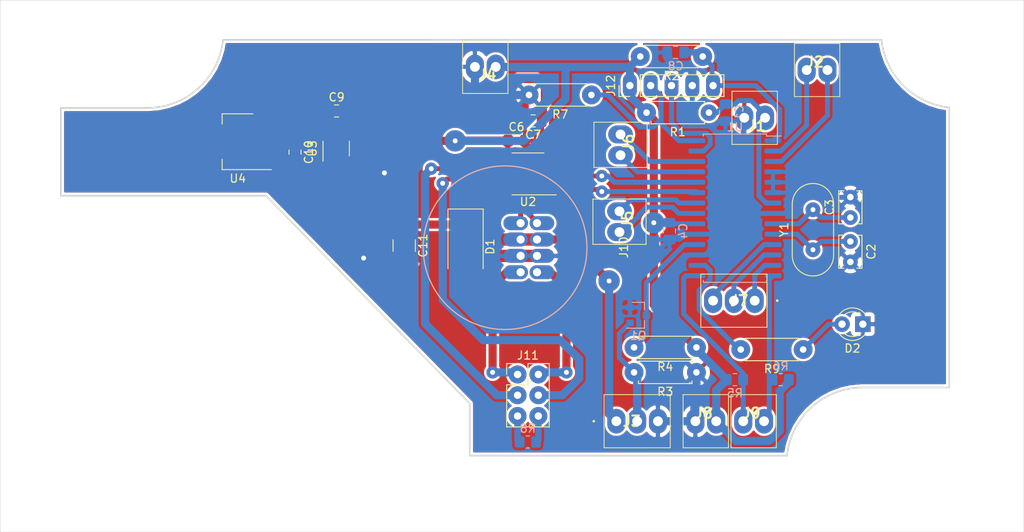
<source format=kicad_pcb>
(kicad_pcb (version 20171130) (host pcbnew 5.1.10)
  (layers (0 F.Cu signal) (31 B.Cu signal) (34 B.Paste user) (35 F.Paste user) (36 B.SilkS user) (37 F.SilkS user) (38 B.Mask user) (39 F.Mask user) (44 Edge.Cuts user))
  (net 0 "")
  (net 1 GND)
  (net 2 "Net-(C1-Pad2)")
  (net 3 "Net-(C2-Pad1)")
  (net 4 "Net-(C3-Pad1)")
  (net 5 +3V3)
  (net 6 +5V)
  (net 7 /MCLR)
  (net 8 +12V)
  (net 9 "Net-(J10-Pad7)")
  (net 10 "Net-(J10-Pad8)")
  (net 11 "Net-(J11-Pad5)")
  (net 12 "Net-(J11-Pad6)")
  (net 13 /PGC)
  (net 14 /PGD)
  (net 15 "Net-(J3-Pad2)")
  (net 16 "Net-(Q1-Pad3)")
  (net 17 "Net-(J2-Pad2)")
  (net 18 "Net-(J2-Pad1)")
  (net 19 "Net-(J5-Pad2)")
  (net 20 "Net-(J5-Pad1)")
  (net 21 "Net-(J6-Pad2)")
  (net 22 "Net-(J6-Pad1)")
  (net 23 "Net-(J7-Pad3)")
  (net 24 "Net-(J7-Pad2)")
  (net 25 "Net-(J7-Pad1)")
  (net 26 /CANH)
  (net 27 /CANL)
  (net 28 /CANRX)
  (net 29 /CANTX)
  (net 30 /SCL)
  (net 31 /SDA)
  (net 32 "Net-(D2-Pad2)")
  (net 33 "Net-(R9-Pad2)")
  (net 34 "Net-(U3-Pad4)")
  (module Capacitor_SMD:C_0805_2012Metric_Pad1.18x1.45mm_HandSolder (layer B.Cu) (at 163.576 78.74 90)
    (fp_text reference C1 (at 0 1.68 90) (layer B.SilkS) (effects (justify mirror)))
    (fp_text value 100nF)
    (pad 1 smd roundrect (at -1.0375 0 90) (size 1.175 1.45) (layers B.Cu B.Paste B.Mask) (roundrect_rratio 0.2127659574468085) (net 1 GND))
    (pad 2 smd roundrect (at 1.0375 0 90) (size 1.175 1.45) (layers B.Cu B.Paste B.Mask) (roundrect_rratio 0.2127659574468085) (net 2 "Net-(C1-Pad2)"))
  )
  (module local:multicomp_MP002453-swappedpins (layer F.Cu) (at 136.65 95.25 90)
    (fp_text reference J10 (at 0.05 14.5 90) (layer F.SilkS))
    (fp_text value RJ45)
    (pad 8 thru_hole oval (at -3 3.9 270) (size 1.7 3) (drill 1 (offset 0 -0.6)) (layers *.Cu *.Mask) (net 10 "Net-(J10-Pad8)"))
    (pad 7 thru_hole oval (at -3 1.9 90) (size 1.7 3) (drill 1 (offset 0 -0.6)) (layers *.Cu *.Mask) (net 9 "Net-(J10-Pad7)"))
    (pad 6 thru_hole oval (at -1 3.9 270) (size 1.7 3) (drill 1 (offset 0 -0.6)) (layers *.Cu *.Mask) (net 1 GND))
    (pad 5 thru_hole oval (at -1 1.9 90) (size 1.7 3) (drill 1 (offset 0 -0.6)) (layers *.Cu *.Mask) (net 1 GND))
    (pad 4 thru_hole oval (at 1 3.9 270) (size 1.7 3) (drill 1 (offset 0 -0.6)) (layers *.Cu *.Mask) (net 8 +12V))
    (pad 3 thru_hole oval (at 1 1.9 90) (size 1.7 3) (drill 1 (offset 0 -0.6)) (layers *.Cu *.Mask) (net 8 +12V))
    (pad 2 thru_hole oval (at 3 3.9 270) (size 1.7 3) (drill 1 (offset 0 -0.6)) (layers *.Cu *.Mask) (net 27 /CANL))
    (pad 1 thru_hole oval (at 3 1.9 90) (size 1.7 3) (drill 1 (offset 0 -0.6)) (layers *.Cu *.Mask) (net 26 /CANH))
  )
  (module LED_THT:LED_D3.0mm (layer F.Cu) (at 180.34 104.5972 180)
    (fp_text reference D2 (at 1.27 -2.96) (layer F.SilkS))
    (fp_text value RED)
    (pad 2 thru_hole circle (at 2.54 0 180) (size 1.9 1.9) (drill 0.9) (layers *.Cu *.Mask) (net 32 "Net-(D2-Pad2)"))
    (pad 1 thru_hole rect (at 0 0 180) (size 1.9 1.9) (drill 0.9) (layers *.Cu *.Mask) (net 1 GND))
  )
  (module Package_TO_SOT_SMD:SOT-23-5_HandSoldering (layer F.Cu) (at 116.0272 83.1342 90)
    (fp_text reference U3 (at 0 -2.9 90) (layer F.SilkS))
    (fp_text value mic5504-3.3)
    (pad 5 smd rect (at 1.35 -0.95 90) (size 1.56 0.65) (layers F.Cu F.Paste F.Mask) (net 5 +3V3))
    (pad 4 smd rect (at 1.35 0.95 90) (size 1.56 0.65) (layers F.Cu F.Paste F.Mask) (net 34 "Net-(U3-Pad4)"))
    (pad 3 smd rect (at -1.35 0.95 90) (size 1.56 0.65) (layers F.Cu F.Paste F.Mask) (net 6 +5V))
    (pad 2 smd rect (at -1.35 0 90) (size 1.56 0.65) (layers F.Cu F.Paste F.Mask) (net 1 GND))
    (pad 1 smd rect (at -1.35 -0.95 90) (size 1.56 0.65) (layers F.Cu F.Paste F.Mask) (net 6 +5V))
  )
  (module Resistor_THT:R_Axial_DIN0207_L6.3mm_D2.5mm_P7.62mm_Horizontal (layer F.Cu) (at 173.0502 107.696 180)
    (fp_text reference R9 (at 3.81 -2.37) (layer F.SilkS))
    (fp_text value 330)
    (pad 2 thru_hole circle (at 7.62 0 180) (size 2.3 2.3) (drill 0.8) (layers *.Cu *.Mask) (net 33 "Net-(R9-Pad2)"))
    (pad 1 thru_hole circle (at 0 0 180) (size 2.3 2.3) (drill 0.8) (layers *.Cu *.Mask) (net 32 "Net-(D2-Pad2)"))
  )
  (module Capacitor_SMD:C_0805_2012Metric_Pad1.18x1.45mm_HandSolder (layer F.Cu) (at 110.998 83.566 270)
    (fp_text reference C10 (at 0 -1.68 90) (layer F.SilkS))
    (fp_text value 1uF)
    (pad 2 smd roundrect (at 1.0375 0 270) (size 1.175 1.45) (layers F.Cu F.Paste F.Mask) (roundrect_rratio 0.212766) (net 1 GND))
    (pad 1 smd roundrect (at -1.0375 0 270) (size 1.175 1.45) (layers F.Cu F.Paste F.Mask) (roundrect_rratio 0.212766) (net 6 +5V))
  )
  (module Capacitor_SMD:C_0805_2012Metric_Pad1.18x1.45mm_HandSolder (layer F.Cu) (at 116.078 78.5368)
    (fp_text reference C9 (at 0 -1.68) (layer F.SilkS))
    (fp_text value 1uF)
    (pad 2 smd roundrect (at 1.0375 0) (size 1.175 1.45) (layers F.Cu F.Paste F.Mask) (roundrect_rratio 0.212766) (net 1 GND))
    (pad 1 smd roundrect (at -1.0375 0) (size 1.175 1.45) (layers F.Cu F.Paste F.Mask) (roundrect_rratio 0.212766) (net 5 +3V3))
  )
  (module local:via_soldered (layer F.Cu) (at 127.635 85.598)
    (fp_text reference "" hide)
    (fp_text value "" hide)
    (pad "" thru_hole circle (at 0 0) (size 1.5 1.5) (drill 0.6) (layers *.Cu *.Mask) (net 27 /CANL))
  )
  (module local:via_soldered (layer F.Cu) (at 130.556 82.19399)
    (fp_text reference "" hide)
    (fp_text value "" hide)
    (pad "" thru_hole circle (at 0 0) (size 2.6 2.6) (drill 0.6) (layers *.Cu *.Mask) (net 5 +3V3))
  )
  (module local:via_soldered (layer F.Cu) (at 148.463 86.487)
    (fp_text reference "" hide)
    (fp_text value "" hide)
    (pad "" thru_hole circle (at 0 0) (size 1.5 1.5) (drill 0.6) (layers *.Cu *.Mask) (net 28 /CANRX))
  )
  (module local:via_soldered (layer F.Cu) (at 149.352 99.314)
    (fp_text reference "" hide)
    (fp_text value "" hide)
    (pad "" thru_hole circle (at 0 0) (size 2.6 2.6) (drill 0.6) (layers *.Cu *.Mask) (net 8 +12V))
  )
  (module local:via_soldered (layer F.Cu) (at 144.145 110.49)
    (fp_text reference "" hide)
    (fp_text value "" hide)
    (pad "" thru_hole circle (at 0 0) (size 1.5 1.5) (drill 0.6) (layers *.Cu *.Mask) (net 10 "Net-(J10-Pad8)"))
  )
  (module local:via_soldered (layer F.Cu) (at 135.128 110.49)
    (fp_text reference "" hide)
    (fp_text value "" hide)
    (pad "" thru_hole circle (at 0 0) (size 1.5 1.5) (drill 0.6) (layers *.Cu *.Mask) (net 9 "Net-(J10-Pad7)"))
  )
  (module local:via_soldered (layer F.Cu) (at 148.463 88.392)
    (fp_text reference "" hide)
    (fp_text value "" hide)
    (pad "" thru_hole circle (at 0 0) (size 1.5 1.5) (drill 0.6) (layers *.Cu *.Mask) (net 29 /CANTX))
  )
  (module local:via_soldered (layer F.Cu) (at 154.813 92.202)
    (fp_text reference "" hide)
    (fp_text value "" hide)
    (pad "" thru_hole circle (at 0 0) (size 2.6 2.6) (drill 0.6) (layers *.Cu *.Mask) (net 5 +3V3))
  )
  (module local:via_soldered (layer F.Cu) (at 129.032 87.376)
    (fp_text reference "" hide)
    (fp_text value "" hide)
    (pad "" thru_hole circle (at 0 0) (size 1.5 1.5) (drill 0.6) (layers *.Cu *.Mask) (net 26 /CANH))
  )
  (module Capacitor_THT:C_Disc_D3.8mm_W2.6mm_P2.50mm (layer F.Cu) (at 178.816 94.488 270)
    (fp_text reference C2 (at 1.25 -2.55 90) (layer F.SilkS))
    (fp_text value 22pF)
    (pad 1 thru_hole circle (at 0 0 270) (size 1.8 1.8) (drill 0.8) (layers *.Cu *.Mask) (net 3 "Net-(C2-Pad1)"))
    (pad 2 thru_hole circle (at 2.5 0 270) (size 1.8 1.8) (drill 0.8) (layers *.Cu *.Mask) (net 1 GND))
  )
  (module Resistor_SMD:R_0805_2012Metric_Pad1.20x1.40mm_HandSolder (layer B.Cu) (at 139.43 118.999 180)
    (fp_text reference R8 (at 0 1.65) (layer B.SilkS) (effects (justify mirror)))
    (fp_text value 100)
    (pad 2 smd roundrect (at 1 0 180) (size 1.2 1.4) (layers B.Cu B.Paste B.Mask) (roundrect_rratio 0.2083325) (net 11 "Net-(J11-Pad5)"))
    (pad 1 smd roundrect (at -1 0 180) (size 1.2 1.4) (layers B.Cu B.Paste B.Mask) (roundrect_rratio 0.2083325) (net 12 "Net-(J11-Pad6)"))
  )
  (module Resistor_THT:R_Axial_DIN0207_L6.3mm_D2.5mm_P7.62mm_Horizontal (layer F.Cu) (at 161.544 78.74 180)
    (fp_text reference R1 (at 3.81 -2.37) (layer F.SilkS))
    (fp_text value 10K)
    (pad 2 thru_hole circle (at 7.62 0 180) (size 2.3 2.3) (drill 0.8) (layers *.Cu *.Mask) (net 5 +3V3))
    (pad 1 thru_hole circle (at 0 0 180) (size 2 2) (drill 0.8) (layers *.Cu *.Mask) (net 2 "Net-(C1-Pad2)"))
  )
  (module te:282834-2_1 (layer F.Cu) (at 168.402 79.375 180)
    (fp_text reference J1 (at 1.016 -0.976) (layer F.SilkS) (effects (font (size 1.27 1.27) (thickness 0.254))))
    (fp_text value Pluvio hide)
    (pad 2 thru_hole oval (at 2.54 0 180) (size 2.2 3) (drill 1.2) (layers *.Cu *.Mask) (net 1 GND))
    (pad 1 thru_hole oval (at 0 0 180) (size 2.2 3) (drill 1.2) (layers *.Cu *.Mask) (net 2 "Net-(C1-Pad2)"))
  )
  (module Capacitor_SMD:C_0805_2012Metric_Pad1.18x1.45mm_HandSolder (layer B.Cu) (at 157.48 71.374)
    (fp_text reference C8 (at 0 1.68) (layer B.SilkS) (effects (justify mirror)))
    (fp_text value 100nF)
    (pad 2 smd roundrect (at 1.0375 0) (size 1.175 1.45) (layers B.Cu B.Paste B.Mask) (roundrect_rratio 0.2127659574468085) (net 7 /MCLR))
    (pad 1 smd roundrect (at -1.0375 0) (size 1.175 1.45) (layers B.Cu B.Paste B.Mask) (roundrect_rratio 0.2127659574468085) (net 1 GND))
  )
  (module Resistor_THT:R_Axial_DIN0207_L6.3mm_D2.5mm_P7.62mm_Horizontal (layer F.Cu) (at 160.782 71.882 180)
    (fp_text reference R2 (at 3.81 -2.37) (layer F.SilkS))
    (fp_text value 10K)
    (pad 1 thru_hole circle (at 0 0 180) (size 2.3 2.3) (drill 0.8) (layers *.Cu *.Mask) (net 7 /MCLR))
    (pad 2 thru_hole circle (at 7.62 0 180) (size 2.3 2.3) (drill 0.8) (layers *.Cu *.Mask) (net 5 +3V3))
  )
  (module Connector_PinHeader_2.54mm:PinHeader_1x05_P2.54mm_Vertical (layer F.Cu) (at 151.892 75.438 90)
    (fp_text reference J12 (at 0 -2.33 90) (layer F.SilkS))
    (fp_text value Conn_01x05_Male)
    (pad 1 thru_hole oval (at 0 0 90) (size 3 1.7) (drill 0.9) (layers *.Cu *.Mask) (net 5 +3V3))
    (pad 2 thru_hole oval (at 0 2.54 90) (size 3 1.7) (drill 0.9) (layers *.Cu *.Mask) (net 14 /PGD))
    (pad 3 thru_hole oval (at 0 5.08 90) (size 3 1.7) (drill 0.9) (layers *.Cu *.Mask) (net 13 /PGC))
    (pad 4 thru_hole oval (at 0 7.62 90) (size 3 1.7) (drill 0.9) (layers *.Cu *.Mask) (net 1 GND))
    (pad 5 thru_hole oval (at 0 10.16 90) (size 3 1.7) (drill 0.9) (layers *.Cu *.Mask) (net 7 /MCLR))
  )
  (module Resistor_SMD:R_0805_2012Metric_Pad1.20x1.40mm_HandSolder (layer B.Cu) (at 170.307 111.379 180)
    (fp_text reference R6 (at 0 1.65 180) (layer B.SilkS) (effects (justify mirror)))
    (fp_text value 4K7)
    (pad 2 smd roundrect (at 1 0 180) (size 1.2 1.4) (layers B.Cu B.Paste B.Mask) (roundrect_rratio 0.2083325) (net 30 /SCL))
    (pad 1 smd roundrect (at -1 0 180) (size 1.2 1.4) (layers B.Cu B.Paste B.Mask) (roundrect_rratio 0.2083325) (net 5 +3V3))
  )
  (module Resistor_SMD:R_0805_2012Metric_Pad1.20x1.40mm_HandSolder (layer B.Cu) (at 164.719 111.379)
    (fp_text reference R5 (at 0 1.65 180) (layer B.SilkS) (effects (justify mirror)))
    (fp_text value 4K7)
    (pad 2 smd roundrect (at 1 0) (size 1.2 1.4) (layers B.Cu B.Paste B.Mask) (roundrect_rratio 0.2083325) (net 31 /SDA))
    (pad 1 smd roundrect (at -1 0) (size 1.2 1.4) (layers B.Cu B.Paste B.Mask) (roundrect_rratio 0.2083325) (net 5 +3V3))
  )
  (module Connector_PinHeader_2.54mm:PinHeader_2x03_P2.54mm_Vertical (layer F.Cu) (at 138.176 110.744)
    (fp_text reference J11 (at 1.27 -2.33) (layer F.SilkS))
    (fp_text value Term_sel)
    (pad 1 thru_hole circle (at 0 0) (size 2.2 2.2) (drill 0.9) (layers *.Cu *.Mask) (net 9 "Net-(J10-Pad7)"))
    (pad 2 thru_hole circle (at 2.54 0) (size 2.2 2.2) (drill 0.9) (layers *.Cu *.Mask) (net 10 "Net-(J10-Pad8)"))
    (pad 3 thru_hole circle (at 0 2.54) (size 2.2 2.2) (drill 0.9) (layers *.Cu *.Mask) (net 27 /CANL))
    (pad 4 thru_hole circle (at 2.54 2.54) (size 2.2 2.2) (drill 0.9) (layers *.Cu *.Mask) (net 26 /CANH))
    (pad 5 thru_hole circle (at 0 5.08) (size 2.2 2.2) (drill 0.9) (layers *.Cu *.Mask) (net 11 "Net-(J11-Pad5)"))
    (pad 6 thru_hole circle (at 2.54 5.08) (size 2.2 2.2) (drill 0.9) (layers *.Cu *.Mask) (net 12 "Net-(J11-Pad6)"))
  )
  (module Capacitor_SMD:C_0805_2012Metric_Pad1.18x1.45mm_HandSolder (layer F.Cu) (at 140.081 79.756 180)
    (fp_text reference C7 (at 0 -1.68) (layer F.SilkS))
    (fp_text value 100nF)
    (pad 1 smd roundrect (at -1.0375 0 180) (size 1.175 1.45) (layers F.Cu F.Paste F.Mask) (roundrect_rratio 0.2127659574468085) (net 6 +5V))
    (pad 2 smd roundrect (at 1.0375 0 180) (size 1.175 1.45) (layers F.Cu F.Paste F.Mask) (roundrect_rratio 0.2127659574468085) (net 1 GND))
  )
  (module Capacitor_SMD:C_1210_3225Metric_Pad1.33x2.70mm_HandSolder (layer F.Cu) (at 124.333 94.996 270)
    (fp_text reference C11 (at 0 -2.3 90) (layer F.SilkS))
    (fp_text value 10uF)
    (pad 1 smd roundrect (at -1.5625 0 270) (size 1.325 2.7) (layers F.Cu F.Paste F.Mask) (roundrect_rratio 0.1886769811320755) (net 8 +12V))
    (pad 2 smd roundrect (at 1.5625 0 270) (size 1.325 2.7) (layers F.Cu F.Paste F.Mask) (roundrect_rratio 0.1886769811320755) (net 1 GND))
  )
  (module Crystal:Crystal_HC18-U_Vertical (layer F.Cu) (at 174.244 95.504 90)
    (fp_text reference Y1 (at 2.45 -3.525 90) (layer F.SilkS))
    (fp_text value 10Mhz)
    (pad 1 thru_hole circle (at 0 0 90) (size 1.8 1.8) (drill 0.6) (layers *.Cu *.Mask) (net 3 "Net-(C2-Pad1)"))
    (pad 2 thru_hole circle (at 4.9 0 90) (size 1.8 1.8) (drill 0.6) (layers *.Cu *.Mask) (net 4 "Net-(C3-Pad1)"))
  )
  (module te:282834-2_1 (layer F.Cu) (at 165.735 116.459)
    (fp_text reference J9 (at 1.016 -0.976) (layer F.SilkS) (effects (font (size 1.27 1.27) (thickness 0.254))))
    (fp_text value "STH20 i2c" hide)
    (pad 2 thru_hole oval (at 2.54 0) (size 2.2 3) (drill 1.2) (layers *.Cu *.Mask) (net 30 /SCL))
    (pad 1 thru_hole oval (at 0 0) (size 2.2 3) (drill 1.2) (layers *.Cu *.Mask) (net 31 /SDA))
  )
  (module te:282834-2_1 (layer F.Cu) (at 159.893 116.459)
    (fp_text reference J8 (at 1.016 -0.976) (layer F.SilkS) (effects (font (size 1.27 1.27) (thickness 0.254))))
    (fp_text value "STH20 pwr" hide)
    (pad 2 thru_hole oval (at 2.54 0) (size 2.2 3) (drill 1.2) (layers *.Cu *.Mask) (net 5 +3V3))
    (pad 1 thru_hole oval (at 0 0) (size 2.2 3) (drill 1.2) (layers *.Cu *.Mask) (net 1 GND))
  )
  (module te:282834-3 (layer F.Cu) (at 167.132 101.727 180)
    (fp_text reference J7 (at 1.89 0) (layer F.SilkS) (effects (font (size 1.27 1.27) (thickness 0.254))))
    (fp_text value Conn_01x03_Male hide)
    (pad 3 thru_hole oval (at 5.08 0 180) (size 2.2 3) (drill 1.2) (layers *.Cu *.Mask) (net 23 "Net-(J7-Pad3)"))
    (pad 2 thru_hole oval (at 2.54 0 180) (size 2.2 3) (drill 1.2) (layers *.Cu *.Mask) (net 24 "Net-(J7-Pad2)"))
    (pad 1 thru_hole oval (at 0 0 180) (size 2.2 3) (drill 1.2) (layers *.Cu *.Mask) (net 25 "Net-(J7-Pad1)"))
  )
  (module te:282834-2_1 (layer F.Cu) (at 150.749 81.407 270)
    (fp_text reference J6 (at 1.016 -0.976 90) (layer F.SilkS) (effects (font (size 1.27 1.27) (thickness 0.254))))
    (fp_text value Conn_01x02_Male hide)
    (pad 2 thru_hole oval (at 2.54 0 270) (size 2.2 3) (drill 1.2) (layers *.Cu *.Mask) (net 21 "Net-(J6-Pad2)"))
    (pad 1 thru_hole oval (at 0 0 270) (size 2.2 3) (drill 1.2) (layers *.Cu *.Mask) (net 22 "Net-(J6-Pad1)"))
  )
  (module te:282834-2_1 (layer F.Cu) (at 150.622 90.805 270)
    (fp_text reference J5 (at 1.016 -0.976 90) (layer F.SilkS) (effects (font (size 1.27 1.27) (thickness 0.254))))
    (fp_text value Conn_01x02_Male hide)
    (pad 2 thru_hole oval (at 2.54 0 270) (size 2.2 3) (drill 1.2) (layers *.Cu *.Mask) (net 19 "Net-(J5-Pad2)"))
    (pad 1 thru_hole oval (at 0 0 270) (size 2.2 3) (drill 1.2) (layers *.Cu *.Mask) (net 20 "Net-(J5-Pad1)"))
  )
  (module te:282834-2_1 (layer F.Cu) (at 135.509 73.152 180)
    (fp_text reference J4 (at 1.016 -0.976) (layer F.SilkS) (effects (font (size 1.27 1.27) (thickness 0.254))))
    (fp_text value Conn_01x02_Male hide)
    (pad 2 thru_hole oval (at 2.54 0 180) (size 2.2 3) (drill 1.2) (layers *.Cu *.Mask) (net 1 GND))
    (pad 1 thru_hole oval (at 0 0 180) (size 2.2 3) (drill 1.2) (layers *.Cu *.Mask) (net 5 +3V3))
  )
  (module te:282834-3 (layer F.Cu) (at 150.241 116.459)
    (fp_text reference J3 (at 1.89 0) (layer F.SilkS) (effects (font (size 1.27 1.27) (thickness 0.254))))
    (fp_text value "NMEA0183 (wind)" hide)
    (pad 3 thru_hole oval (at 5.08 0) (size 2.2 3) (drill 1.2) (layers *.Cu *.Mask) (net 1 GND))
    (pad 2 thru_hole oval (at 2.54 0) (size 2.2 3) (drill 1.2) (layers *.Cu *.Mask) (net 15 "Net-(J3-Pad2)"))
    (pad 1 thru_hole oval (at 0 0) (size 2.2 3) (drill 1.2) (layers *.Cu *.Mask) (net 8 +12V))
  )
  (module te:282834-2_1 (layer F.Cu) (at 173.482 73.533)
    (fp_text reference J2 (at 1.016 -0.976) (layer F.SilkS) (effects (font (size 1.27 1.27) (thickness 0.254))))
    (fp_text value Conn_01x02_Male hide)
    (pad 2 thru_hole oval (at 2.54 0) (size 2.2 3) (drill 1.2) (layers *.Cu *.Mask) (net 17 "Net-(J2-Pad2)"))
    (pad 1 thru_hole oval (at 0 0) (size 2.2 3) (drill 1.2) (layers *.Cu *.Mask) (net 18 "Net-(J2-Pad1)"))
  )
  (module Package_SO:SOIC-8_3.9x4.9mm_P1.27mm (layer F.Cu) (at 139.446 86.233 180)
    (fp_text reference U2 (at 0 -3.4) (layer F.SilkS))
    (fp_text value TLE9250VSJXUMA1)
    (pad 8 smd roundrect (at 2.475 -1.905 180) (size 1.95 0.6) (layers F.Cu F.Paste F.Mask) (net 1 GND))
    (pad 7 smd roundrect (at 2.475 -0.635 180) (size 1.95 0.6) (layers F.Cu F.Paste F.Mask) (net 26 /CANH))
    (pad 6 smd roundrect (at 2.475 0.635 180) (size 1.95 0.6) (layers F.Cu F.Paste F.Mask) (net 27 /CANL))
    (pad 5 smd roundrect (at 2.475 1.905 180) (size 1.95 0.6) (layers F.Cu F.Paste F.Mask) (net 5 +3V3))
    (pad 4 smd roundrect (at -2.475 1.905 180) (size 1.95 0.6) (layers F.Cu F.Paste F.Mask) (net 28 /CANRX))
    (pad 3 smd roundrect (at -2.475 0.635 180) (size 1.95 0.6) (layers F.Cu F.Paste F.Mask) (net 6 +5V))
    (pad 2 smd roundrect (at -2.475 -0.635 180) (size 1.95 0.6) (layers F.Cu F.Paste F.Mask) (net 1 GND))
    (pad 1 smd roundrect (at -2.475 -1.905 180) (size 1.95 0.6) (layers F.Cu F.Paste F.Mask) (net 29 /CANTX))
  )
  (module Package_TO_SOT_SMD:SOT-223-3_TabPin2 (layer F.Cu) (at 104.013 82.296 180)
    (fp_text reference U4 (at 0 -4.5) (layer F.SilkS))
    (fp_text value LDL1117S50)
    (pad 2 smd rect (at 3.15 0 180) (size 2 3.8) (layers F.Cu F.Paste F.Mask) (net 6 +5V))
    (pad 2 smd rect (at -3.15 0 180) (size 2 1.5) (layers F.Cu F.Paste F.Mask) (net 6 +5V))
    (pad 3 smd rect (at -3.15 2.3 180) (size 2 1.5) (layers F.Cu F.Paste F.Mask) (net 8 +12V))
    (pad 1 smd rect (at -3.15 -2.3 180) (size 2 1.5) (layers F.Cu F.Paste F.Mask) (net 1 GND))
  )
  (module Package_SO:SOIC-28W_7.5x17.9mm_P1.27mm (layer B.Cu) (at 164.719 90.424 180)
    (fp_text reference U1 (at 0 9.9) (layer B.SilkS) (effects (justify mirror)))
    (fp_text value PIC18F27Q84_ISS)
    (pad 1 smd roundrect (at -4.65 8.255 180) (size 2.05 0.6) (layers B.Cu B.Paste B.Mask) (net 7 /MCLR))
    (pad 2 smd roundrect (at -4.65 6.985 180) (size 2.05 0.6) (layers B.Cu B.Paste B.Mask) (net 18 "Net-(J2-Pad1)"))
    (pad 3 smd roundrect (at -4.65 5.715 180) (size 2.05 0.6) (layers B.Cu B.Paste B.Mask) (net 17 "Net-(J2-Pad2)"))
    (pad 4 smd roundrect (at -4.65 4.445 180) (size 2.05 0.6) (layers B.Cu B.Paste B.Mask) (net 1 GND))
    (pad 5 smd roundrect (at -4.65 3.175 180) (size 2.05 0.6) (layers B.Cu B.Paste B.Mask) (net 1 GND))
    (pad 6 smd roundrect (at -4.65 1.905 180) (size 2.05 0.6) (layers B.Cu B.Paste B.Mask) (net 1 GND))
    (pad 7 smd roundrect (at -4.65 0.635 180) (size 2.05 0.6) (layers B.Cu B.Paste B.Mask) (net 2 "Net-(C1-Pad2)"))
    (pad 8 smd roundrect (at -4.65 -0.635 180) (size 2.05 0.6) (layers B.Cu B.Paste B.Mask) (net 1 GND))
    (pad 9 smd roundrect (at -4.65 -1.905 180) (size 2.05 0.6) (layers B.Cu B.Paste B.Mask) (net 4 "Net-(C3-Pad1)"))
    (pad 10 smd roundrect (at -4.65 -3.175 180) (size 2.05 0.6) (layers B.Cu B.Paste B.Mask) (net 3 "Net-(C2-Pad1)"))
    (pad 11 smd roundrect (at -4.65 -4.445 180) (size 2.05 0.6) (layers B.Cu B.Paste B.Mask) (net 23 "Net-(J7-Pad3)"))
    (pad 12 smd roundrect (at -4.65 -5.715 180) (size 2.05 0.6) (layers B.Cu B.Paste B.Mask) (net 24 "Net-(J7-Pad2)"))
    (pad 13 smd roundrect (at -4.65 -6.985 180) (size 2.05 0.6) (layers B.Cu B.Paste B.Mask) (net 25 "Net-(J7-Pad1)"))
    (pad 14 smd roundrect (at -4.65 -8.255 180) (size 2.05 0.6) (layers B.Cu B.Paste B.Mask) (net 30 /SCL))
    (pad 15 smd roundrect (at 4.65 -8.255 180) (size 2.05 0.6) (layers B.Cu B.Paste B.Mask) (net 31 /SDA))
    (pad 16 smd roundrect (at 4.65 -6.985 180) (size 2.05 0.6) (layers B.Cu B.Paste B.Mask) (net 33 "Net-(R9-Pad2)"))
    (pad 17 smd roundrect (at 4.65 -5.715 180) (size 2.05 0.6) (layers B.Cu B.Paste B.Mask) (net 1 GND))
    (pad 18 smd roundrect (at 4.65 -4.445 180) (size 2.05 0.6) (layers B.Cu B.Paste B.Mask) (net 16 "Net-(Q1-Pad3)"))
    (pad 19 smd roundrect (at 4.65 -3.175 180) (size 2.05 0.6) (layers B.Cu B.Paste B.Mask) (net 1 GND))
    (pad 20 smd roundrect (at 4.65 -1.905 180) (size 2.05 0.6) (layers B.Cu B.Paste B.Mask) (net 5 +3V3))
    (pad 21 smd roundrect (at 4.65 -0.635 180) (size 2.05 0.6) (layers B.Cu B.Paste B.Mask) (net 19 "Net-(J5-Pad2)"))
    (pad 22 smd roundrect (at 4.65 0.635 180) (size 2.05 0.6) (layers B.Cu B.Paste B.Mask) (net 20 "Net-(J5-Pad1)"))
    (pad 23 smd roundrect (at 4.65 1.905 180) (size 2.05 0.6) (layers B.Cu B.Paste B.Mask) (net 29 /CANTX))
    (pad 24 smd roundrect (at 4.65 3.175 180) (size 2.05 0.6) (layers B.Cu B.Paste B.Mask) (net 28 /CANRX))
    (pad 25 smd roundrect (at 4.65 4.445 180) (size 2.05 0.6) (layers B.Cu B.Paste B.Mask) (net 21 "Net-(J6-Pad2)"))
    (pad 26 smd roundrect (at 4.65 5.715 180) (size 2.05 0.6) (layers B.Cu B.Paste B.Mask) (net 22 "Net-(J6-Pad1)"))
    (pad 27 smd roundrect (at 4.65 6.985 180) (size 2.05 0.6) (layers B.Cu B.Paste B.Mask) (net 13 /PGC))
    (pad 28 smd roundrect (at 4.65 8.255 180) (size 2.05 0.6) (layers B.Cu B.Paste B.Mask) (net 14 /PGD))
  )
  (module Diode_SMD:D_SMB_Handsoldering (layer F.Cu) (at 131.826 95.123 270)
    (fp_text reference D1 (at 0 -3 90) (layer F.SilkS))
    (fp_text value SMBJ16A)
    (pad 2 smd rect (at 2.7 0 270) (size 3.5 2.3) (layers F.Cu F.Paste F.Mask) (net 1 GND))
    (pad 1 smd rect (at -2.7 0 270) (size 3.5 2.3) (layers F.Cu F.Paste F.Mask) (net 8 +12V))
  )
  (module Capacitor_THT:C_Disc_D3.8mm_W2.6mm_P2.50mm (layer F.Cu) (at 178.816 91.567 90)
    (fp_text reference C3 (at 1.25 -2.55 90) (layer F.SilkS))
    (fp_text value 22pF)
    (pad 2 thru_hole circle (at 2.5 0 90) (size 1.8 1.8) (drill 0.8) (layers *.Cu *.Mask) (net 1 GND))
    (pad 1 thru_hole circle (at 0 0 90) (size 1.8 1.8) (drill 0.8) (layers *.Cu *.Mask) (net 4 "Net-(C3-Pad1)"))
  )
  (module Capacitor_SMD:C_0805_2012Metric_Pad1.18x1.45mm_HandSolder (layer B.Cu) (at 156.718 93.218 90)
    (fp_text reference C4 (at 0 1.68 270) (layer B.SilkS) (effects (justify mirror)))
    (fp_text value 100nF)
    (pad 1 smd roundrect (at -1.0375 0 90) (size 1.175 1.45) (layers B.Cu B.Paste B.Mask) (roundrect_rratio 0.2127659574468085) (net 1 GND))
    (pad 2 smd roundrect (at 1.0375 0 90) (size 1.175 1.45) (layers B.Cu B.Paste B.Mask) (roundrect_rratio 0.2127659574468085) (net 5 +3V3))
  )
  (module Capacitor_SMD:C_0805_2012Metric_Pad1.18x1.45mm_HandSolder (layer F.Cu) (at 138.049 82.169)
    (fp_text reference C6 (at 0 -1.68) (layer F.SilkS))
    (fp_text value 100nF)
    (pad 2 smd roundrect (at 1.0375 0) (size 1.175 1.45) (layers F.Cu F.Paste F.Mask) (roundrect_rratio 0.2127659574468085) (net 1 GND))
    (pad 1 smd roundrect (at -1.0375 0) (size 1.175 1.45) (layers F.Cu F.Paste F.Mask) (roundrect_rratio 0.2127659574468085) (net 5 +3V3))
  )
  (module Package_TO_SOT_SMD:SOT-23 (layer B.Cu) (at 152.908 103.505)
    (fp_text reference Q1 (at 0 2.5) (layer B.SilkS) (effects (justify mirror)))
    (fp_text value NMOS)
    (pad 1 smd rect (at -1 0.95) (size 0.9 0.8) (layers B.Cu B.Paste B.Mask) (net 15 "Net-(J3-Pad2)"))
    (pad 2 smd rect (at -1 -0.95) (size 0.9 0.8) (layers B.Cu B.Paste B.Mask) (net 1 GND))
    (pad 3 smd rect (at 1 0) (size 0.9 0.8) (layers B.Cu B.Paste B.Mask) (net 16 "Net-(Q1-Pad3)"))
  )
  (module Resistor_THT:R_Axial_DIN0207_L6.3mm_D2.5mm_P7.62mm_Horizontal (layer F.Cu) (at 160.02 110.49 180)
    (fp_text reference R3 (at 3.81 -2.37) (layer F.SilkS))
    (fp_text value 10K)
    (pad 1 thru_hole circle (at 0 0 180) (size 2.3 2.3) (drill 0.8) (layers *.Cu *.Mask) (net 1 GND))
    (pad 2 thru_hole circle (at 7.62 0 180) (size 2.3 2.3) (drill 0.8) (layers *.Cu *.Mask) (net 15 "Net-(J3-Pad2)"))
  )
  (module Resistor_THT:R_Axial_DIN0207_L6.3mm_D2.5mm_P7.62mm_Horizontal (layer F.Cu) (at 160.02 107.442 180)
    (fp_text reference R4 (at 3.81 -2.37) (layer F.SilkS))
    (fp_text value 1K)
    (pad 2 thru_hole circle (at 7.62 0 180) (size 2.3 2.3) (drill 0.8) (layers *.Cu *.Mask) (net 16 "Net-(Q1-Pad3)"))
    (pad 1 thru_hole circle (at 0 0 180) (size 2.3 2.3) (drill 0.8) (layers *.Cu *.Mask) (net 5 +3V3))
  )
  (module Resistor_THT:R_Axial_DIN0207_L6.3mm_D2.5mm_P7.62mm_Horizontal (layer F.Cu) (at 147.193 76.581 180)
    (fp_text reference R7 (at 3.81 -2.37) (layer F.SilkS))
    (fp_text value 10K)
    (pad 1 thru_hole circle (at 0 0 180) (size 2.3 2.3) (drill 0.8) (layers *.Cu *.Mask) (net 14 /PGD))
    (pad 2 thru_hole circle (at 7.62 0 180) (size 2.3 2.3) (drill 0.8) (layers *.Cu *.Mask) (net 1 GND))
  )
  (gr_line (start 102.213222 69.841765) (end 182.617539 69.834001) (layer Edge.Cuts) (width 0.2))
  (gr_line (start 171.085034 120.674429) (end 132.334 120.666) (layer Edge.Cuts) (width 0.2))
  (gr_arc (start 191.895 68.834001) (end 182.617539 69.834001) (angle -77.7) (layer Edge.Cuts) (width 0.2))
  (gr_line (start 190.895 78.111463) (end 190.895 112.3348) (layer Edge.Cuts) (width 0.2))
  (gr_line (start 180.3634 112.3348) (end 190.895 112.3348) (layer Edge.Cuts) (width 0.2))
  (gr_arc (start 180.3634 121.666) (end 180.3634 112.3348) (angle -83.9) (layer Edge.Cuts) (width 0.2))
  (gr_line (start 82.405001 88.9) (end 82.405001 78.165201) (layer Edge.Cuts) (width 0.2))
  (gr_line (start 92.936601 78.165201) (end 82.405001 78.165201) (layer Edge.Cuts) (width 0.2))
  (gr_arc (start 92.936601 68.834001) (end 92.936601 78.165201) (angle -83.8) (layer Edge.Cuts) (width 0.2))
  (gr_line (start 75 130) (end 75 65) (layer Edge.Cuts) (width 0.05))
  (gr_line (start 200 130) (end 75 130) (layer Edge.Cuts) (width 0.05))
  (gr_line (start 200 65) (end 200 130) (layer Edge.Cuts) (width 0.05))
  (gr_line (start 75 65) (end 200 65) (layer Edge.Cuts) (width 0.05))
  (gr_line (start 107.442 88.9) (end 82.405001 88.9) (layer Edge.Cuts) (width 0.2))
  (gr_line (start 132.334 114.3) (end 107.442 88.9) (layer Edge.Cuts) (width 0.2))
  (gr_line (start 132.334 114.3) (end 132.334 120.666) (layer Edge.Cuts) (width 0.2))
  (segment (start 157.3315 94.2555) (end 156.718 94.2555) (width 0.6) (layer B.Cu) (net 1))
  (segment (start 160.069 93.599) (end 157.988 93.599) (width 0.6) (layer B.Cu) (net 1))
  (segment (start 157.988 93.599) (end 157.3315 94.2555) (width 0.6) (layer B.Cu) (net 1))
  (segment (start 140.55 96.25) (end 138.55 96.25) (width 1.5) (layer F.Cu) (net 1))
  (segment (start 178.816 89.067) (end 178.0055 89.067) (width 0.6) (layer B.Cu) (net 1))
  (segment (start 169.369 91.059) (end 165.735 91.059) (width 0.6) (layer B.Cu) (net 1))
  (segment (start 163.195 93.599) (end 160.069 93.599) (width 0.6) (layer B.Cu) (net 1))
  (segment (start 165.735 91.059) (end 163.195 93.599) (width 0.6) (layer B.Cu) (net 1))
  (segment (start 178.78399 89.09901) (end 178.816 89.067) (width 0.6) (layer B.Cu) (net 1))
  (segment (start 169.369 91.059) (end 170.764884 91.059) (width 0.6) (layer B.Cu) (net 1))
  (segment (start 170.764884 91.059) (end 172.724874 89.09901) (width 0.6) (layer B.Cu) (net 1))
  (segment (start 159.512 76.454) (end 159.512 75.438) (width 0.6) (layer B.Cu) (net 1))
  (segment (start 176.1875 88.9885) (end 176.07699 89.09901) (width 0.6) (layer B.Cu) (net 1))
  (segment (start 172.724874 89.09901) (end 176.07699 89.09901) (width 0.6) (layer B.Cu) (net 1))
  (segment (start 176.07699 89.09901) (end 178.78399 89.09901) (width 0.6) (layer B.Cu) (net 1))
  (segment (start 165.735 91.059) (end 165.735 78.359) (width 0.6) (layer B.Cu) (net 1))
  (segment (start 159.766 116.332) (end 159.893 116.459) (width 1) (layer B.Cu) (net 1))
  (segment (start 159.766 110.363) (end 159.766 116.332) (width 1) (layer B.Cu) (net 1))
  (segment (start 159.893 116.459) (end 155.321 116.459) (width 1) (layer B.Cu) (net 1))
  (segment (start 151.908 99.0655) (end 151.908 102.555) (width 0.6) (layer B.Cu) (net 1))
  (segment (start 156.718 94.2555) (end 151.908 99.0655) (width 0.6) (layer B.Cu) (net 1))
  (segment (start 161.094 96.139) (end 160.069 96.139) (width 0.6) (layer B.Cu) (net 1))
  (segment (start 163.195 94.038) (end 161.094 96.139) (width 0.6) (layer B.Cu) (net 1))
  (segment (start 163.195 93.599) (end 163.195 94.038) (width 0.6) (layer B.Cu) (net 1))
  (segment (start 132.969 75.652) (end 132.969 73.152) (width 1) (layer B.Cu) (net 1))
  (segment (start 133.898 76.581) (end 132.969 75.652) (width 1) (layer B.Cu) (net 1))
  (segment (start 139.573 76.581) (end 133.898 76.581) (width 1) (layer B.Cu) (net 1))
  (segment (start 156.4425 71.96302) (end 157.78649 73.30701) (width 1) (layer B.Cu) (net 1))
  (segment (start 156.4425 71.882) (end 156.4425 71.96302) (width 1) (layer B.Cu) (net 1))
  (segment (start 139.0435 77.1105) (end 139.573 76.581) (width 1) (layer F.Cu) (net 1))
  (segment (start 139.0435 79.756) (end 139.0435 77.1105) (width 1) (layer F.Cu) (net 1))
  (segment (start 160.02 116.332) (end 159.893 116.459) (width 1) (layer B.Cu) (net 1))
  (segment (start 160.02 110.49) (end 160.02 116.332) (width 1) (layer B.Cu) (net 1))
  (segment (start 132.969 72.746402) (end 132.969 73.152) (width 1) (layer B.Cu) (net 1))
  (segment (start 180.34 98.512) (end 178.816 96.988) (width 0.6) (layer B.Cu) (net 1))
  (segment (start 180.34 104.5972) (end 180.34 98.512) (width 0.6) (layer B.Cu) (net 1))
  (segment (start 110.9905 84.596) (end 110.998 84.6035) (width 1) (layer F.Cu) (net 1))
  (segment (start 107.163 84.596) (end 110.9905 84.596) (width 1) (layer F.Cu) (net 1))
  (segment (start 117.902201 79.323501) (end 117.1155 78.5368) (width 0.6) (layer F.Cu) (net 1))
  (segment (start 117.902201 85.744201) (end 117.902201 79.323501) (width 0.6) (layer F.Cu) (net 1))
  (segment (start 117.782201 85.864201) (end 117.902201 85.744201) (width 0.6) (layer F.Cu) (net 1))
  (segment (start 116.172199 85.864201) (end 117.782201 85.864201) (width 0.6) (layer F.Cu) (net 1))
  (segment (start 116.0272 85.719202) (end 116.172199 85.864201) (width 0.6) (layer F.Cu) (net 1))
  (segment (start 116.0272 84.4842) (end 116.0272 85.719202) (width 0.6) (layer F.Cu) (net 1))
  (segment (start 133.399 96.25) (end 131.826 97.823) (width 1.5) (layer F.Cu) (net 1))
  (segment (start 138.55 96.25) (end 133.399 96.25) (width 1.5) (layer F.Cu) (net 1))
  (segment (start 131.826 97.823) (end 128.7348 97.823) (width 1) (layer F.Cu) (net 1))
  (segment (start 127.4703 96.5585) (end 124.333 96.5585) (width 1) (layer F.Cu) (net 1))
  (segment (start 128.7348 97.823) (end 127.4703 96.5585) (width 1) (layer F.Cu) (net 1))
  (via (at 121.92 86.106) (size 3) (drill 0.6) (layers F.Cu B.Cu) (net 1))
  (segment (start 139.573 76.581) (end 131.445 76.581) (width 1) (layer B.Cu) (net 1))
  (segment (start 131.445 76.581) (end 121.92 86.106) (width 1) (layer B.Cu) (net 1))
  (segment (start 118.464 86.106) (end 118.102201 85.744201) (width 1) (layer F.Cu) (net 1))
  (segment (start 121.92 86.106) (end 118.464 86.106) (width 1) (layer F.Cu) (net 1))
  (via (at 119.38 96.52) (size 3) (drill 0.6) (layers F.Cu B.Cu) (net 1))
  (segment (start 124.333 96.5585) (end 119.4185 96.5585) (width 1) (layer F.Cu) (net 1))
  (segment (start 119.4185 96.5585) (end 119.38 96.52) (width 1) (layer F.Cu) (net 1))
  (segment (start 121.92 93.98) (end 121.92 86.106) (width 1) (layer B.Cu) (net 1))
  (segment (start 119.38 96.52) (end 121.92 93.98) (width 1) (layer B.Cu) (net 1))
  (segment (start 140.943193 86.868) (end 139.0865 85.011307) (width 0.6) (layer F.Cu) (net 1))
  (segment (start 141.921 86.868) (end 140.943193 86.868) (width 0.6) (layer F.Cu) (net 1))
  (segment (start 139.0865 85.011307) (end 139.0865 82.169) (width 0.6) (layer F.Cu) (net 1))
  (segment (start 180.594 95.25) (end 178.816 97.028) (width 0.8) (layer B.Cu) (net 1))
  (segment (start 178.816 89.067) (end 180.594 90.845) (width 0.8) (layer B.Cu) (net 1))
  (segment (start 180.594 90.845) (end 180.594 95.25) (width 0.8) (layer B.Cu) (net 1))
  (segment (start 165.227 80.01) (end 165.862 79.375) (width 0.6) (layer B.Cu) (net 1))
  (segment (start 159.512 75.438) (end 159.512 78.994) (width 0.6) (layer B.Cu) (net 1))
  (segment (start 159.15901 73.30701) (end 159.512 73.66) (width 1) (layer B.Cu) (net 1))
  (segment (start 159.512 73.66) (end 159.512 75.438) (width 1) (layer B.Cu) (net 1))
  (segment (start 157.78649 73.30701) (end 159.15901 73.30701) (width 1) (layer B.Cu) (net 1))
  (segment (start 159.044 96.139) (end 160.069 96.139) (width 0.6) (layer B.Cu) (net 1))
  (segment (start 157.48 97.703) (end 159.044 96.139) (width 0.6) (layer B.Cu) (net 1))
  (segment (start 160.02 110.49) (end 157.48 107.95) (width 0.6) (layer B.Cu) (net 1))
  (segment (start 157.48 107.95) (end 157.48 97.703) (width 0.6) (layer B.Cu) (net 1))
  (segment (start 110.998 84.6035) (end 110.998 86.106) (width 0.8) (layer F.Cu) (net 1))
  (segment (start 117.348 86.106) (end 118.464 86.106) (width 0.8) (layer F.Cu) (net 1))
  (segment (start 110.998 86.106) (end 117.348 86.106) (width 0.8) (layer F.Cu) (net 1))
  (segment (start 165.4595 79.7775) (end 165.862 79.375) (width 0.6) (layer B.Cu) (net 1))
  (segment (start 163.576 79.7775) (end 165.4595 79.7775) (width 0.6) (layer B.Cu) (net 1))
  (segment (start 160.88698 80.36898) (end 159.512 78.994) (width 0.6) (layer B.Cu) (net 1))
  (segment (start 162.25952 80.36898) (end 160.88698 80.36898) (width 0.6) (layer B.Cu) (net 1))
  (segment (start 162.851 79.7775) (end 162.25952 80.36898) (width 0.6) (layer B.Cu) (net 1))
  (segment (start 163.576 79.7775) (end 162.851 79.7775) (width 0.6) (layer B.Cu) (net 1))
  (segment (start 167.64 80.137) (end 168.402 79.375) (width 0.6) (layer B.Cu) (net 2))
  (segment (start 167.64 88.9) (end 167.64 80.137) (width 0.6) (layer B.Cu) (net 2))
  (segment (start 169.369 89.789) (end 168.529 89.789) (width 0.6) (layer B.Cu) (net 2))
  (segment (start 168.529 89.789) (end 167.64 88.9) (width 0.6) (layer B.Cu) (net 2))
  (segment (start 162.5385 78.74) (end 163.576 77.7025) (width 0.6) (layer B.Cu) (net 2))
  (segment (start 161.544 78.74) (end 162.5385 78.74) (width 0.6) (layer B.Cu) (net 2))
  (segment (start 168.402 78.975) (end 168.402 79.375) (width 0.6) (layer B.Cu) (net 2))
  (segment (start 166.70199 77.27499) (end 168.402 78.975) (width 0.6) (layer B.Cu) (net 2))
  (segment (start 165.157833 77.27499) (end 166.70199 77.27499) (width 0.6) (layer B.Cu) (net 2))
  (segment (start 164.730323 77.7025) (end 165.157833 77.27499) (width 0.6) (layer B.Cu) (net 2))
  (segment (start 163.576 77.7025) (end 164.730323 77.7025) (width 0.6) (layer B.Cu) (net 2))
  (segment (start 172.339 93.599) (end 174.244 95.504) (width 0.6) (layer B.Cu) (net 3))
  (segment (start 175.26 94.488) (end 174.244 95.504) (width 0.6) (layer B.Cu) (net 3))
  (segment (start 178.816 94.488) (end 175.26 94.488) (width 0.6) (layer B.Cu) (net 3))
  (segment (start 169.369 93.599) (end 172.339 93.599) (width 0.6) (layer B.Cu) (net 3))
  (segment (start 175.207 91.567) (end 174.244 90.604) (width 0.6) (layer B.Cu) (net 4))
  (segment (start 178.816 91.567) (end 175.207 91.567) (width 0.6) (layer B.Cu) (net 4))
  (segment (start 174.244 90.604) (end 172.519 92.329) (width 0.6) (layer B.Cu) (net 4))
  (segment (start 172.519 92.329) (end 169.369 92.329) (width 0.6) (layer B.Cu) (net 4))
  (segment (start 154.94 92.329) (end 154.813 92.202) (width 0.6) (layer B.Cu) (net 5))
  (segment (start 160.069 92.329) (end 154.94 92.329) (width 0.6) (layer B.Cu) (net 5))
  (segment (start 154.8345 92.1805) (end 154.813 92.202) (width 0.6) (layer B.Cu) (net 5))
  (segment (start 156.718 92.1805) (end 154.8345 92.1805) (width 0.6) (layer B.Cu) (net 5))
  (segment (start 136.971 82.2095) (end 137.0115 82.169) (width 0.6) (layer F.Cu) (net 5))
  (segment (start 136.971 84.328) (end 136.971 82.2095) (width 0.6) (layer F.Cu) (net 5))
  (segment (start 151.892 73.152) (end 151.892 75.438) (width 1) (layer B.Cu) (net 5))
  (segment (start 153.162 71.882) (end 151.892 73.152) (width 1) (layer B.Cu) (net 5))
  (segment (start 151.892 76.708) (end 153.924 78.74) (width 1) (layer B.Cu) (net 5))
  (segment (start 151.892 75.438) (end 151.892 76.708) (width 1) (layer B.Cu) (net 5))
  (segment (start 154.813 79.629) (end 153.924 78.74) (width 1) (layer F.Cu) (net 5))
  (segment (start 154.813 92.202) (end 154.813 79.629) (width 1) (layer F.Cu) (net 5))
  (segment (start 154.813 102.235) (end 154.813 92.202) (width 1) (layer F.Cu) (net 5))
  (segment (start 160.02 107.442) (end 154.813 102.235) (width 1) (layer F.Cu) (net 5))
  (segment (start 160.02 107.68) (end 163.719 111.379) (width 1) (layer B.Cu) (net 5))
  (segment (start 160.02 107.442) (end 160.02 107.68) (width 1) (layer B.Cu) (net 5))
  (segment (start 162.433 112.665) (end 163.719 111.379) (width 1) (layer B.Cu) (net 5))
  (segment (start 162.433 116.459) (end 162.433 112.665) (width 1) (layer B.Cu) (net 5))
  (segment (start 130.556 82.169) (end 130.556 82.19399) (width 1) (layer F.Cu) (net 5))
  (segment (start 137.0115 82.169) (end 130.556 82.169) (width 1) (layer F.Cu) (net 5))
  (segment (start 130.556 82.19399) (end 138.91301 82.19399) (width 1) (layer B.Cu) (net 5))
  (segment (start 144.018 77.089) (end 144.018 73.152) (width 1) (layer B.Cu) (net 5))
  (segment (start 138.91301 82.19399) (end 144.018 77.089) (width 1) (layer B.Cu) (net 5))
  (segment (start 135.509 73.152) (end 144.018 73.152) (width 1) (layer B.Cu) (net 5))
  (segment (start 144.018 73.152) (end 151.892 73.152) (width 1) (layer B.Cu) (net 5))
  (segment (start 115.0772 78.5735) (end 115.0405 78.5368) (width 0.6) (layer F.Cu) (net 5))
  (segment (start 115.0772 81.7842) (end 115.0772 78.5735) (width 0.6) (layer F.Cu) (net 5))
  (segment (start 116.343068 77.01179) (end 117.887932 77.01179) (width 1) (layer F.Cu) (net 5))
  (segment (start 123.070132 82.19399) (end 130.556 82.19399) (width 1) (layer F.Cu) (net 5))
  (segment (start 115.0405 78.5368) (end 115.0405 78.314358) (width 1) (layer F.Cu) (net 5))
  (segment (start 115.0405 78.314358) (end 116.343068 77.01179) (width 1) (layer F.Cu) (net 5))
  (segment (start 117.887932 77.01179) (end 123.070132 82.19399) (width 1) (layer F.Cu) (net 5))
  (segment (start 171.196 111.268) (end 171.307 111.379) (width 1) (layer B.Cu) (net 5))
  (segment (start 171.196 111.774942) (end 171.196 111.268) (width 1) (layer B.Cu) (net 5))
  (segment (start 170.18 112.790942) (end 171.196 111.774942) (width 1) (layer B.Cu) (net 5))
  (segment (start 164.846 118.872) (end 168.807598 118.872) (width 1) (layer B.Cu) (net 5))
  (segment (start 162.433 116.459) (end 164.846 118.872) (width 1) (layer B.Cu) (net 5))
  (segment (start 168.807598 118.872) (end 168.920588 118.75901) (width 1) (layer B.Cu) (net 5))
  (segment (start 168.920588 118.75901) (end 169.062009 118.75901) (width 1) (layer B.Cu) (net 5))
  (segment (start 169.062009 118.75901) (end 170.18 117.641019) (width 1) (layer B.Cu) (net 5))
  (segment (start 170.18 117.641019) (end 170.18 112.790942) (width 1) (layer B.Cu) (net 5))
  (segment (start 110.7655 82.296) (end 110.998 82.5285) (width 1) (layer F.Cu) (net 6))
  (segment (start 107.163 82.296) (end 110.7655 82.296) (width 1) (layer F.Cu) (net 6))
  (segment (start 107.163 82.296) (end 100.863 82.296) (width 1) (layer F.Cu) (net 6))
  (segment (start 112.9537 84.4842) (end 110.998 82.5285) (width 0.6) (layer F.Cu) (net 6))
  (segment (start 115.0772 84.4842) (end 112.9537 84.4842) (width 0.6) (layer F.Cu) (net 6))
  (segment (start 115.0772 83.339198) (end 115.0772 84.4842) (width 0.5) (layer F.Cu) (net 6))
  (segment (start 115.262199 83.154199) (end 115.0772 83.339198) (width 0.5) (layer F.Cu) (net 6))
  (segment (start 116.792201 83.154199) (end 115.262199 83.154199) (width 0.5) (layer F.Cu) (net 6))
  (segment (start 116.9772 83.339198) (end 116.792201 83.154199) (width 0.5) (layer F.Cu) (net 6))
  (segment (start 116.9772 84.4842) (end 116.9772 83.339198) (width 0.5) (layer F.Cu) (net 6))
  (segment (start 140.946 85.598) (end 141.921 85.598) (width 0.6) (layer F.Cu) (net 6))
  (segment (start 140.208 84.86) (end 140.946 85.598) (width 0.6) (layer F.Cu) (net 6))
  (segment (start 140.208 83.566) (end 140.208 84.86) (width 0.6) (layer F.Cu) (net 6))
  (segment (start 141.1185 79.756) (end 141.1185 82.6555) (width 0.6) (layer F.Cu) (net 6))
  (segment (start 141.1185 82.6555) (end 140.208 83.566) (width 0.6) (layer F.Cu) (net 6))
  (segment (start 110.998 75.946) (end 110.998 82.5285) (width 1) (layer F.Cu) (net 6))
  (segment (start 111.232221 75.711779) (end 110.998 75.946) (width 1) (layer F.Cu) (net 6))
  (segment (start 118.426414 75.711779) (end 111.232221 75.711779) (width 1) (layer F.Cu) (net 6))
  (segment (start 118.660635 75.946) (end 118.426414 75.711779) (width 1) (layer F.Cu) (net 6))
  (segment (start 136.946 75.946) (end 118.660635 75.946) (width 1) (layer F.Cu) (net 6))
  (segment (start 138.261001 74.630999) (end 136.946 75.946) (width 1) (layer F.Cu) (net 6))
  (segment (start 141.1185 79.756) (end 141.273001 79.601499) (width 1) (layer F.Cu) (net 6))
  (segment (start 141.273001 77.767001) (end 141.523001 77.517001) (width 1) (layer F.Cu) (net 6))
  (segment (start 141.523001 77.517001) (end 141.523001 75.644999) (width 1) (layer F.Cu) (net 6))
  (segment (start 141.523001 75.644999) (end 140.509001 74.630999) (width 1) (layer F.Cu) (net 6))
  (segment (start 141.273001 79.601499) (end 141.273001 77.767001) (width 1) (layer F.Cu) (net 6))
  (segment (start 140.509001 74.630999) (end 138.261001 74.630999) (width 1) (layer F.Cu) (net 6))
  (segment (start 161.925 73.025) (end 161.925 75.311) (width 0.6) (layer B.Cu) (net 7))
  (segment (start 161.925 75.311) (end 162.052 75.438) (width 0.6) (layer B.Cu) (net 7))
  (segment (start 160.782 71.882) (end 161.925 73.025) (width 0.6) (layer B.Cu) (net 7))
  (segment (start 161.622 75.868) (end 162.052 75.438) (width 0.6) (layer B.Cu) (net 7))
  (segment (start 170.18 81.358) (end 169.369 82.169) (width 0.6) (layer B.Cu) (net 7))
  (segment (start 170.18 78.348823) (end 170.18 81.358) (width 0.6) (layer B.Cu) (net 7))
  (segment (start 162.052 75.438) (end 167.269177 75.438) (width 0.6) (layer B.Cu) (net 7))
  (segment (start 167.269177 75.438) (end 170.18 78.348823) (width 0.6) (layer B.Cu) (net 7))
  (segment (start 160.274 71.374) (end 160.782 71.882) (width 0.8) (layer B.Cu) (net 7))
  (segment (start 158.5175 71.374) (end 160.274 71.374) (width 0.8) (layer B.Cu) (net 7))
  (segment (start 140.55 94.25) (end 138.55 94.25) (width 1.5) (layer F.Cu) (net 8))
  (segment (start 133.653 94.25) (end 131.826 92.423) (width 1.5) (layer F.Cu) (net 8))
  (segment (start 138.55 94.25) (end 133.653 94.25) (width 1.5) (layer F.Cu) (net 8))
  (segment (start 125.3435 92.423) (end 124.333 93.4335) (width 1) (layer F.Cu) (net 8))
  (segment (start 131.826 92.423) (end 125.3435 92.423) (width 1) (layer F.Cu) (net 8))
  (segment (start 99.222999 79.595999) (end 106.762999 79.595999) (width 1) (layer F.Cu) (net 8))
  (segment (start 99.06 79.938998) (end 99.062999 79.935999) (width 1) (layer F.Cu) (net 8))
  (segment (start 99.06 84.582) (end 99.06 79.938998) (width 1) (layer F.Cu) (net 8))
  (segment (start 99.062999 79.935999) (end 99.062999 79.755999) (width 1) (layer F.Cu) (net 8))
  (segment (start 117.98951 93.4335) (end 112.556 87.99999) (width 1) (layer F.Cu) (net 8))
  (segment (start 99.062999 79.755999) (end 99.222999 79.595999) (width 1) (layer F.Cu) (net 8))
  (segment (start 124.333 93.4335) (end 117.98951 93.4335) (width 1) (layer F.Cu) (net 8))
  (segment (start 106.762999 79.595999) (end 107.163 79.996) (width 1) (layer F.Cu) (net 8))
  (segment (start 112.556 87.99999) (end 108.82799 87.99999) (width 1) (layer F.Cu) (net 8))
  (segment (start 108.82799 87.99999) (end 107.95 87.122) (width 1) (layer F.Cu) (net 8))
  (segment (start 107.95 87.122) (end 101.6 87.122) (width 1) (layer F.Cu) (net 8))
  (segment (start 101.6 87.122) (end 99.06 84.582) (width 1) (layer F.Cu) (net 8))
  (segment (start 144.288 94.25) (end 140.55 94.25) (width 1) (layer F.Cu) (net 8))
  (segment (start 149.352 99.314) (end 144.288 94.25) (width 1) (layer F.Cu) (net 8))
  (segment (start 149.352 115.57) (end 150.241 116.459) (width 1) (layer B.Cu) (net 8))
  (segment (start 149.352 99.314) (end 149.352 115.57) (width 1) (layer B.Cu) (net 8))
  (segment (start 135.128 99.949) (end 135.128 110.236) (width 1) (layer F.Cu) (net 9))
  (segment (start 136.827 98.25) (end 135.128 99.949) (width 1) (layer F.Cu) (net 9))
  (segment (start 138.55 98.25) (end 136.827 98.25) (width 1) (layer F.Cu) (net 9))
  (segment (start 137.922 110.49) (end 138.176 110.744) (width 1) (layer B.Cu) (net 9))
  (segment (start 135.128 110.49) (end 137.922 110.49) (width 1) (layer B.Cu) (net 9))
  (segment (start 140.55 98.25) (end 142.192 98.25) (width 1) (layer F.Cu) (net 10))
  (segment (start 142.192 98.25) (end 144.145 100.203) (width 1) (layer F.Cu) (net 10))
  (segment (start 144.145 100.203) (end 144.145 110.49) (width 1) (layer F.Cu) (net 10))
  (segment (start 140.97 110.49) (end 140.716 110.744) (width 1) (layer B.Cu) (net 10))
  (segment (start 144.145 110.49) (end 140.97 110.49) (width 1) (layer B.Cu) (net 10))
  (segment (start 138.176 118.745) (end 138.43 118.999) (width 0.8) (layer B.Cu) (net 11))
  (segment (start 138.176 115.824) (end 138.176 118.745) (width 0.8) (layer B.Cu) (net 11))
  (segment (start 140.716 118.713) (end 140.43 118.999) (width 0.8) (layer B.Cu) (net 12))
  (segment (start 140.716 115.824) (end 140.716 118.713) (width 0.8) (layer B.Cu) (net 12))
  (segment (start 160.884676 83.439) (end 160.069 83.439) (width 0.6) (layer B.Cu) (net 13))
  (segment (start 156.972 80.006756) (end 158.234234 81.26899) (width 0.6) (layer B.Cu) (net 13))
  (segment (start 156.972 75.438) (end 156.972 80.006756) (width 0.6) (layer B.Cu) (net 13))
  (segment (start 158.234234 81.26899) (end 161.254666 81.26899) (width 0.6) (layer B.Cu) (net 13))
  (segment (start 161.254666 81.26899) (end 161.69401 81.708334) (width 0.6) (layer B.Cu) (net 13))
  (segment (start 161.69401 81.708334) (end 161.69401 82.629666) (width 0.6) (layer B.Cu) (net 13))
  (segment (start 161.69401 82.629666) (end 160.884676 83.439) (width 0.6) (layer B.Cu) (net 13))
  (segment (start 157.861438 82.169) (end 160.069 82.169) (width 0.6) (layer B.Cu) (net 14))
  (segment (start 155.54948 79.857042) (end 157.861438 82.169) (width 0.6) (layer B.Cu) (net 14))
  (segment (start 155.47322 79.780782) (end 155.54948 79.857042) (width 0.6) (layer B.Cu) (net 14))
  (segment (start 154.764001 80.490001) (end 155.47322 79.780782) (width 0.6) (layer B.Cu) (net 14))
  (segment (start 153.083999 80.490001) (end 154.764001 80.490001) (width 0.6) (layer B.Cu) (net 14))
  (segment (start 147.193 76.581) (end 149.174998 76.581) (width 0.6) (layer B.Cu) (net 14))
  (segment (start 149.174998 76.581) (end 153.083999 80.490001) (width 0.6) (layer B.Cu) (net 14))
  (segment (start 155.7 79.706522) (end 155.54948 79.857042) (width 0.6) (layer B.Cu) (net 14))
  (segment (start 155.7 76.866623) (end 155.7 79.706522) (width 0.6) (layer B.Cu) (net 14))
  (segment (start 155.52199 76.688613) (end 155.7 76.866623) (width 0.6) (layer B.Cu) (net 14))
  (segment (start 154.432 75.438) (end 155.52199 76.52799) (width 0.6) (layer B.Cu) (net 14))
  (segment (start 155.52199 76.52799) (end 155.52199 76.688613) (width 0.6) (layer B.Cu) (net 14))
  (segment (start 152.781 110.998) (end 152.146 110.363) (width 1) (layer B.Cu) (net 15))
  (segment (start 152.781 116.459) (end 152.781 110.998) (width 1) (layer B.Cu) (net 15))
  (segment (start 152.781 110.871) (end 152.4 110.49) (width 1) (layer B.Cu) (net 15))
  (segment (start 152.781 116.459) (end 152.781 110.871) (width 1) (layer B.Cu) (net 15))
  (segment (start 150.6 105.763) (end 151.908 104.455) (width 0.6) (layer B.Cu) (net 15))
  (segment (start 152.4 110.49) (end 150.6 108.69) (width 0.6) (layer B.Cu) (net 15))
  (segment (start 150.6 108.69) (end 150.6 105.763) (width 0.6) (layer B.Cu) (net 15))
  (segment (start 153.908 105.934) (end 152.4 107.442) (width 0.6) (layer B.Cu) (net 16))
  (segment (start 153.908 103.505) (end 153.908 105.934) (width 0.6) (layer B.Cu) (net 16))
  (segment (start 153.908 99.5151) (end 153.908 103.505) (width 0.6) (layer B.Cu) (net 16))
  (segment (start 160.069 94.869) (end 158.5541 94.869) (width 0.6) (layer B.Cu) (net 16))
  (segment (start 158.5541 94.869) (end 153.908 99.5151) (width 0.6) (layer B.Cu) (net 16))
  (segment (start 170.053 84.709) (end 169.369 84.709) (width 0.6) (layer B.Cu) (net 17))
  (segment (start 176.022 73.533) (end 176.022 73.787) (width 0.6) (layer B.Cu) (net 17))
  (segment (start 176.022 73.533) (end 176.022 79.081) (width 0.6) (layer B.Cu) (net 17))
  (segment (start 170.394 84.709) (end 169.369 84.709) (width 0.6) (layer B.Cu) (net 17))
  (segment (start 176.022 79.081) (end 170.394 84.709) (width 0.6) (layer B.Cu) (net 17))
  (segment (start 173.482 80.264) (end 173.482 73.533) (width 0.6) (layer B.Cu) (net 18))
  (segment (start 170.307 83.439) (end 173.482 80.264) (width 0.6) (layer B.Cu) (net 18))
  (segment (start 169.369 83.439) (end 170.307 83.439) (width 0.6) (layer B.Cu) (net 18))
  (segment (start 151.022 93.345) (end 150.622 93.345) (width 0.6) (layer B.Cu) (net 19))
  (segment (start 152.912999 91.454001) (end 151.022 93.345) (width 0.6) (layer B.Cu) (net 19))
  (segment (start 154.065001 90.301999) (end 153.900999 90.301999) (width 0.6) (layer B.Cu) (net 19))
  (segment (start 152.912999 91.289999) (end 152.912999 91.454001) (width 0.6) (layer B.Cu) (net 19))
  (segment (start 154.067 90.3) (end 154.065001 90.301999) (width 0.6) (layer B.Cu) (net 19))
  (segment (start 153.900999 90.301999) (end 152.912999 91.289999) (width 0.6) (layer B.Cu) (net 19))
  (segment (start 157.102 90.3) (end 154.067 90.3) (width 0.6) (layer B.Cu) (net 19))
  (segment (start 157.861 91.059) (end 157.102 90.3) (width 0.6) (layer B.Cu) (net 19))
  (segment (start 160.069 91.059) (end 157.861 91.059) (width 0.6) (layer B.Cu) (net 19))
  (segment (start 157.474796 89.399989) (end 152.027011 89.399989) (width 0.6) (layer B.Cu) (net 20))
  (segment (start 152.027011 89.399989) (end 150.622 90.805) (width 0.6) (layer B.Cu) (net 20))
  (segment (start 157.863807 89.789) (end 157.474796 89.399989) (width 0.6) (layer B.Cu) (net 20))
  (segment (start 160.069 89.789) (end 157.863807 89.789) (width 0.6) (layer B.Cu) (net 20))
  (segment (start 152.781 85.979) (end 150.749 83.947) (width 0.6) (layer B.Cu) (net 21))
  (segment (start 160.069 85.979) (end 152.781 85.979) (width 0.6) (layer B.Cu) (net 21))
  (segment (start 151.013177 81.407) (end 150.749 81.407) (width 0.6) (layer B.Cu) (net 22))
  (segment (start 154.305 84.698823) (end 151.013177 81.407) (width 0.6) (layer B.Cu) (net 22))
  (segment (start 154.305 84.709) (end 154.305 84.698823) (width 0.6) (layer B.Cu) (net 22))
  (segment (start 160.069 84.709) (end 154.305 84.709) (width 0.6) (layer B.Cu) (net 22))
  (segment (start 169.369 94.869) (end 168.272193 94.869) (width 0.6) (layer B.Cu) (net 23))
  (segment (start 162.052 101.089193) (end 162.052 101.727) (width 0.6) (layer B.Cu) (net 23))
  (segment (start 168.272193 94.869) (end 162.052 101.089193) (width 0.6) (layer B.Cu) (net 23))
  (segment (start 164.592 99.822) (end 164.592 101.727) (width 0.6) (layer B.Cu) (net 24))
  (segment (start 168.275 96.139) (end 164.592 99.822) (width 0.6) (layer B.Cu) (net 24))
  (segment (start 169.369 96.139) (end 168.275 96.139) (width 0.6) (layer B.Cu) (net 24))
  (segment (start 167.132 98.621) (end 167.132 101.727) (width 0.6) (layer B.Cu) (net 25))
  (segment (start 168.344 97.409) (end 167.132 98.621) (width 0.6) (layer B.Cu) (net 25))
  (segment (start 169.369 97.409) (end 168.344 97.409) (width 0.6) (layer B.Cu) (net 25))
  (segment (start 138.55 87.472) (end 138.55 92.25) (width 0.6) (layer F.Cu) (net 26))
  (segment (start 136.971 86.868) (end 137.946 86.868) (width 0.6) (layer F.Cu) (net 26))
  (segment (start 137.946 86.868) (end 138.55 87.472) (width 0.6) (layer F.Cu) (net 26))
  (segment (start 143.645002 113.284) (end 140.716 113.284) (width 1) (layer B.Cu) (net 26))
  (segment (start 129.032 101.6) (end 133.985 106.553) (width 1) (layer B.Cu) (net 26))
  (segment (start 129.032 87.376) (end 129.032 101.6) (width 1) (layer B.Cu) (net 26))
  (segment (start 133.985 106.553) (end 143.390245 106.553) (width 1) (layer B.Cu) (net 26))
  (segment (start 143.390245 106.553) (end 145.695001 108.857756) (width 1) (layer B.Cu) (net 26))
  (segment (start 145.695001 108.857756) (end 145.695001 111.234001) (width 1) (layer B.Cu) (net 26))
  (segment (start 145.695001 111.234001) (end 143.645002 113.284) (width 1) (layer B.Cu) (net 26))
  (segment (start 129.54 86.868) (end 129.032 87.376) (width 0.6) (layer F.Cu) (net 26))
  (segment (start 136.971 86.868) (end 129.54 86.868) (width 0.6) (layer F.Cu) (net 26))
  (segment (start 136.971 85.598) (end 127.635 85.598) (width 0.6) (layer F.Cu) (net 27))
  (segment (start 140.05001 91.75001) (end 140.55 92.25) (width 0.6) (layer F.Cu) (net 27))
  (segment (start 140.05001 91.628676) (end 140.05001 91.75001) (width 0.6) (layer F.Cu) (net 27))
  (segment (start 139.45001 91.028676) (end 140.05001 91.628676) (width 0.6) (layer F.Cu) (net 27))
  (segment (start 139.45001 87.099204) (end 139.45001 91.028676) (width 0.6) (layer F.Cu) (net 27))
  (segment (start 136.971 85.598) (end 137.948807 85.598) (width 0.6) (layer F.Cu) (net 27))
  (segment (start 137.948807 85.598) (end 139.45001 87.099204) (width 0.6) (layer F.Cu) (net 27))
  (segment (start 135.636 113.284) (end 138.176 113.284) (width 1) (layer B.Cu) (net 27))
  (segment (start 126.885001 104.533001) (end 135.636 113.284) (width 1) (layer B.Cu) (net 27))
  (segment (start 127.635 85.598) (end 126.885001 86.347999) (width 1) (layer B.Cu) (net 27))
  (segment (start 126.885001 86.347999) (end 126.885001 104.533001) (width 1) (layer B.Cu) (net 27))
  (segment (start 160.069 87.249) (end 149.987 87.249) (width 0.6) (layer B.Cu) (net 28))
  (segment (start 149.987 87.249) (end 149.225 86.487) (width 0.6) (layer B.Cu) (net 28))
  (segment (start 149.225 86.487) (end 148.463 86.487) (width 0.6) (layer B.Cu) (net 28))
  (segment (start 145.055 86.487) (end 148.463 86.487) (width 0.6) (layer F.Cu) (net 28))
  (segment (start 142.896 84.328) (end 145.055 86.487) (width 0.6) (layer F.Cu) (net 28))
  (segment (start 141.921 84.328) (end 142.896 84.328) (width 0.6) (layer F.Cu) (net 28))
  (segment (start 148.209 88.138) (end 148.463 88.392) (width 0.6) (layer F.Cu) (net 29))
  (segment (start 141.921 88.138) (end 148.209 88.138) (width 0.6) (layer F.Cu) (net 29))
  (segment (start 160.069 88.519) (end 159.942 88.392) (width 0.6) (layer B.Cu) (net 29))
  (segment (start 159.942 88.392) (end 148.463 88.392) (width 0.6) (layer B.Cu) (net 29))
  (segment (start 168.91 115.824) (end 168.275 116.459) (width 0.6) (layer B.Cu) (net 30))
  (segment (start 169.369 98.679) (end 168.91 99.138) (width 0.6) (layer B.Cu) (net 30))
  (segment (start 169.037 111.379) (end 168.91 111.252) (width 0.5) (layer B.Cu) (net 30))
  (segment (start 169.307 111.379) (end 169.037 111.379) (width 0.5) (layer B.Cu) (net 30))
  (segment (start 168.91 99.138) (end 168.91 111.252) (width 0.6) (layer B.Cu) (net 30))
  (segment (start 168.91 111.252) (end 168.91 115.824) (width 0.6) (layer B.Cu) (net 30))
  (segment (start 158.6992 98.679) (end 160.069 98.679) (width 0.6) (layer B.Cu) (net 31))
  (segment (start 158.4706 98.9076) (end 158.6992 98.679) (width 0.6) (layer B.Cu) (net 31))
  (segment (start 158.4706 103.3706) (end 158.4706 98.9076) (width 0.6) (layer B.Cu) (net 31))
  (segment (start 165.735 116.459) (end 165.735 110.635) (width 0.6) (layer B.Cu) (net 31))
  (segment (start 165.735 110.635) (end 158.4706 103.3706) (width 0.6) (layer B.Cu) (net 31))
  (segment (start 176.149 104.5972) (end 173.0502 107.696) (width 0.6) (layer B.Cu) (net 32))
  (segment (start 177.8 104.5972) (end 176.149 104.5972) (width 0.6) (layer B.Cu) (net 32))
  (segment (start 165.227 107.696) (end 165.4302 107.696) (width 0.6) (layer B.Cu) (net 33))
  (segment (start 161.35801 103.82701) (end 165.227 107.696) (width 0.6) (layer B.Cu) (net 33))
  (segment (start 161.347833 103.82701) (end 161.35801 103.82701) (width 0.6) (layer B.Cu) (net 33))
  (segment (start 161.094 97.409) (end 161.69401 98.00901) (width 0.6) (layer B.Cu) (net 33))
  (segment (start 160.069 97.409) (end 161.094 97.409) (width 0.6) (layer B.Cu) (net 33))
  (segment (start 161.69401 98.00901) (end 161.69401 99.139666) (width 0.6) (layer B.Cu) (net 33))
  (segment (start 161.69401 99.139666) (end 160.35199 100.481686) (width 0.6) (layer B.Cu) (net 33))
  (segment (start 160.35199 100.481686) (end 160.35199 102.831167) (width 0.6) (layer B.Cu) (net 33))
  (segment (start 160.35199 102.831167) (end 161.347833 103.82701) (width 0.6) (layer B.Cu) (net 33))
  (zone (net 1) (net_name GND) (layer B.Cu) (connect_pads (clearance 0.3)) (min_thickness 0.254) (fill yes (arc_segments 32) (thermal_gap 0.5) (thermal_bridge_width 0.5))
    (polygon (pts (xy 191.516 121.412) (xy 132.08 121.412) (xy 81.28 88.9) (xy 81.28 69.088) (xy 192.024 69.088)))
  )
  (zone (net 1) (net_name GND) (layer F.Cu) (connect_pads (clearance 0.3)) (min_thickness 0.254) (fill yes (arc_segments 32) (thermal_gap 0.5) (thermal_bridge_width 0.5))
    (polygon (pts (xy 191.516 121.412) (xy 132.08 121.412) (xy 81.28 88.9) (xy 81.28 69.088) (xy 192.024 69.088)))
  )
)
</source>
